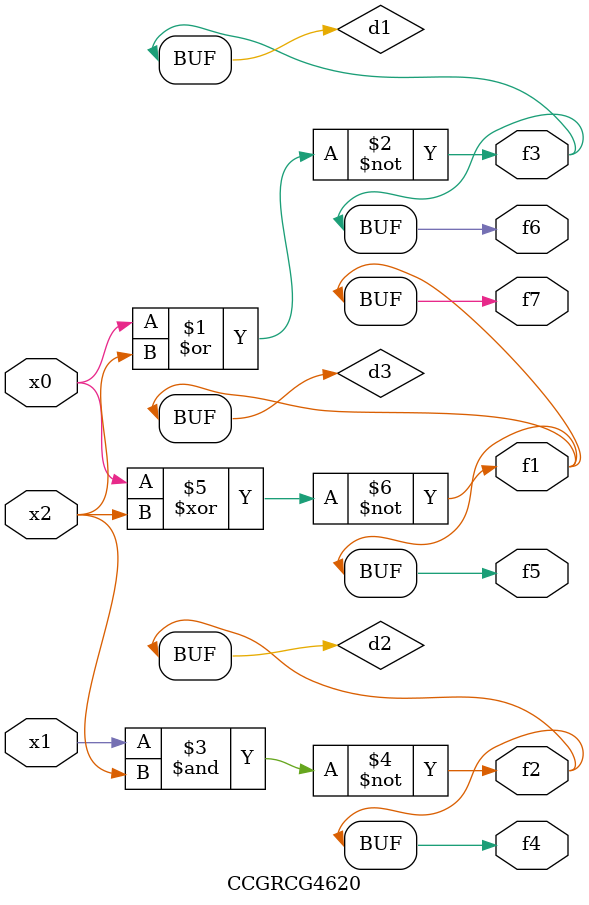
<source format=v>
module CCGRCG4620(
	input x0, x1, x2,
	output f1, f2, f3, f4, f5, f6, f7
);

	wire d1, d2, d3;

	nor (d1, x0, x2);
	nand (d2, x1, x2);
	xnor (d3, x0, x2);
	assign f1 = d3;
	assign f2 = d2;
	assign f3 = d1;
	assign f4 = d2;
	assign f5 = d3;
	assign f6 = d1;
	assign f7 = d3;
endmodule

</source>
